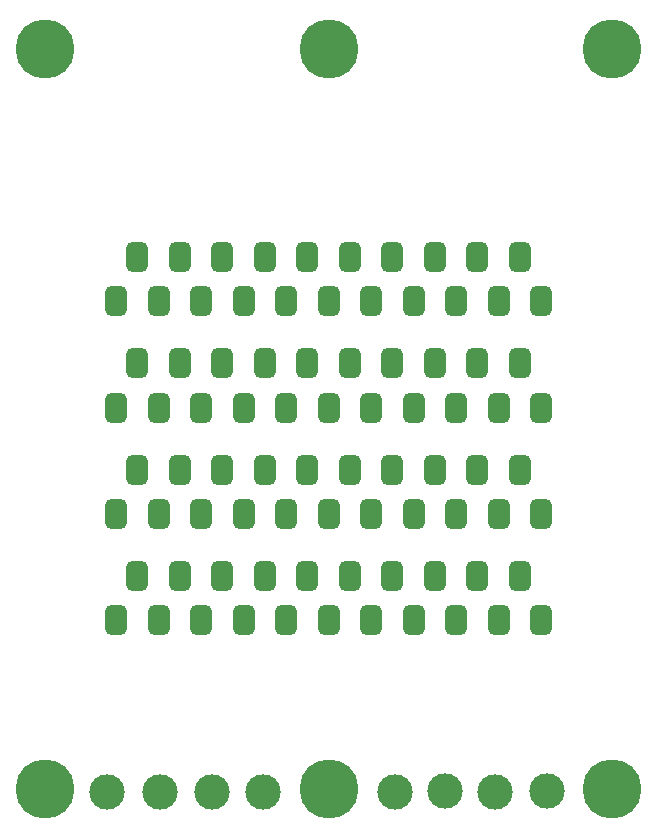
<source format=gbr>
%TF.GenerationSoftware,KiCad,Pcbnew,8.0.5*%
%TF.CreationDate,2024-10-28T15:41:29-10:00*%
%TF.ProjectId,SiPMT.revA,5369504d-542e-4726-9576-412e6b696361,rev?*%
%TF.SameCoordinates,Original*%
%TF.FileFunction,Soldermask,Top*%
%TF.FilePolarity,Negative*%
%FSLAX46Y46*%
G04 Gerber Fmt 4.6, Leading zero omitted, Abs format (unit mm)*
G04 Created by KiCad (PCBNEW 8.0.5) date 2024-10-28 15:41:29*
%MOMM*%
%LPD*%
G01*
G04 APERTURE LIST*
G04 Aperture macros list*
%AMRoundRect*
0 Rectangle with rounded corners*
0 $1 Rounding radius*
0 $2 $3 $4 $5 $6 $7 $8 $9 X,Y pos of 4 corners*
0 Add a 4 corners polygon primitive as box body*
4,1,4,$2,$3,$4,$5,$6,$7,$8,$9,$2,$3,0*
0 Add four circle primitives for the rounded corners*
1,1,$1+$1,$2,$3*
1,1,$1+$1,$4,$5*
1,1,$1+$1,$6,$7*
1,1,$1+$1,$8,$9*
0 Add four rect primitives between the rounded corners*
20,1,$1+$1,$2,$3,$4,$5,0*
20,1,$1+$1,$4,$5,$6,$7,0*
20,1,$1+$1,$6,$7,$8,$9,0*
20,1,$1+$1,$8,$9,$2,$3,0*%
G04 Aperture macros list end*
%ADD10RoundRect,0.450000X0.450000X-0.800000X0.450000X0.800000X-0.450000X0.800000X-0.450000X-0.800000X0*%
%ADD11C,3.000000*%
%ADD12C,5.000000*%
G04 APERTURE END LIST*
D10*
%TO.C,c0*%
X128887500Y-112150000D03*
X130687500Y-108400000D03*
X132487500Y-112150000D03*
X134287500Y-108400000D03*
X136087500Y-112150000D03*
X137887500Y-108400000D03*
X139687500Y-112150000D03*
X141487500Y-108400000D03*
X143287500Y-112150000D03*
X145087500Y-108400000D03*
X146887500Y-112150000D03*
X148687500Y-108400000D03*
X150487500Y-112150000D03*
X152287500Y-108400000D03*
X154087500Y-112150000D03*
X155887500Y-108400000D03*
X157687500Y-112150000D03*
X159487500Y-108400000D03*
X161287500Y-112150000D03*
X163087500Y-108400000D03*
X164887500Y-112150000D03*
%TD*%
D11*
%TO.C,H10*%
X165350000Y-126630000D03*
%TD*%
D10*
%TO.C,c3*%
X128887500Y-85150000D03*
X130687500Y-81400000D03*
X132487500Y-85150000D03*
X134287500Y-81400000D03*
X136087500Y-85150000D03*
X137887500Y-81400000D03*
X139687500Y-85150000D03*
X141487500Y-81400000D03*
X143287500Y-85150000D03*
X145087500Y-81400000D03*
X146887500Y-85150000D03*
X148687500Y-81400000D03*
X150487500Y-85150000D03*
X152287500Y-81400000D03*
X154087500Y-85150000D03*
X155887500Y-81400000D03*
X157687500Y-85150000D03*
X159487500Y-81400000D03*
X161287500Y-85150000D03*
X163087500Y-81400000D03*
X164887500Y-85150000D03*
%TD*%
%TO.C,c2*%
X128887500Y-94150000D03*
X130687500Y-90400000D03*
X132487500Y-94150000D03*
X134287500Y-90400000D03*
X136087500Y-94150000D03*
X137887500Y-90400000D03*
X139687500Y-94150000D03*
X141487500Y-90400000D03*
X143287500Y-94150000D03*
X145087500Y-90400000D03*
X146887500Y-94150000D03*
X148687500Y-90400000D03*
X150487500Y-94150000D03*
X152287500Y-90400000D03*
X154087500Y-94150000D03*
X155887500Y-90400000D03*
X157687500Y-94150000D03*
X159487500Y-90400000D03*
X161287500Y-94150000D03*
X163087500Y-90400000D03*
X164887500Y-94150000D03*
%TD*%
D11*
%TO.C,H9*%
X137037500Y-126655000D03*
%TD*%
D12*
%TO.C,H1*%
X122887500Y-63775000D03*
%TD*%
D11*
%TO.C,Q3*%
X132600000Y-126680000D03*
%TD*%
%TO.C,H7*%
X156750000Y-126630000D03*
%TD*%
%TO.C,Q4*%
X161000000Y-126655000D03*
%TD*%
D12*
%TO.C,H6*%
X170887500Y-126475000D03*
%TD*%
D10*
%TO.C,c1*%
X128887500Y-103150000D03*
X130687500Y-99400000D03*
X132487500Y-103150000D03*
X134287500Y-99400000D03*
X136087500Y-103150000D03*
X137887500Y-99400000D03*
X139687500Y-103150000D03*
X141487500Y-99400000D03*
X143287500Y-103150000D03*
X145087500Y-99400000D03*
X146887500Y-103150000D03*
X148687500Y-99400000D03*
X150487500Y-103150000D03*
X152287500Y-99400000D03*
X154087500Y-103150000D03*
X155887500Y-99400000D03*
X157687500Y-103150000D03*
X159487500Y-99400000D03*
X161287500Y-103150000D03*
X163087500Y-99400000D03*
X164887500Y-103150000D03*
%TD*%
D11*
%TO.C,Q2*%
X141350000Y-126680000D03*
%TD*%
%TO.C,Q1*%
X152500000Y-126655000D03*
%TD*%
D12*
%TO.C,H3*%
X170887500Y-63775000D03*
%TD*%
%TO.C,H5*%
X146887500Y-126475000D03*
%TD*%
%TO.C,H2*%
X146887500Y-63775000D03*
%TD*%
D11*
%TO.C,H8*%
X128143148Y-126655000D03*
%TD*%
D12*
%TO.C,H4*%
X122887500Y-126475000D03*
%TD*%
M02*

</source>
